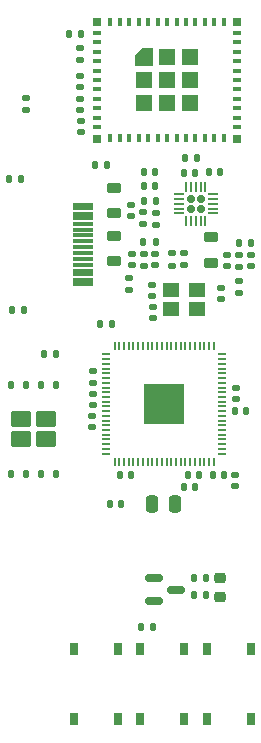
<source format=gtp>
G04 #@! TF.GenerationSoftware,KiCad,Pcbnew,7.0.2-0*
G04 #@! TF.CreationDate,2024-06-02T16:01:14+02:00*
G04 #@! TF.ProjectId,network_player,6e657477-6f72-46b5-9f70-6c617965722e,rev?*
G04 #@! TF.SameCoordinates,Original*
G04 #@! TF.FileFunction,Paste,Top*
G04 #@! TF.FilePolarity,Positive*
%FSLAX46Y46*%
G04 Gerber Fmt 4.6, Leading zero omitted, Abs format (unit mm)*
G04 Created by KiCad (PCBNEW 7.0.2-0) date 2024-06-02 16:01:14*
%MOMM*%
%LPD*%
G01*
G04 APERTURE LIST*
G04 Aperture macros list*
%AMRoundRect*
0 Rectangle with rounded corners*
0 $1 Rounding radius*
0 $2 $3 $4 $5 $6 $7 $8 $9 X,Y pos of 4 corners*
0 Add a 4 corners polygon primitive as box body*
4,1,4,$2,$3,$4,$5,$6,$7,$8,$9,$2,$3,0*
0 Add four circle primitives for the rounded corners*
1,1,$1+$1,$2,$3*
1,1,$1+$1,$4,$5*
1,1,$1+$1,$6,$7*
1,1,$1+$1,$8,$9*
0 Add four rect primitives between the rounded corners*
20,1,$1+$1,$2,$3,$4,$5,0*
20,1,$1+$1,$4,$5,$6,$7,0*
20,1,$1+$1,$6,$7,$8,$9,0*
20,1,$1+$1,$8,$9,$2,$3,0*%
%AMFreePoly0*
4,1,6,0.725000,-0.725000,-0.725000,-0.725000,-0.725000,0.125000,-0.125000,0.725000,0.725000,0.725000,0.725000,-0.725000,0.725000,-0.725000,$1*%
G04 Aperture macros list end*
%ADD10R,0.750000X1.000000*%
%ADD11RoundRect,0.135000X0.135000X0.185000X-0.135000X0.185000X-0.135000X-0.185000X0.135000X-0.185000X0*%
%ADD12RoundRect,0.135000X-0.185000X0.135000X-0.185000X-0.135000X0.185000X-0.135000X0.185000X0.135000X0*%
%ADD13RoundRect,0.140000X0.170000X-0.140000X0.170000X0.140000X-0.170000X0.140000X-0.170000X-0.140000X0*%
%ADD14RoundRect,0.135000X-0.135000X-0.185000X0.135000X-0.185000X0.135000X0.185000X-0.135000X0.185000X0*%
%ADD15RoundRect,0.140000X-0.140000X-0.170000X0.140000X-0.170000X0.140000X0.170000X-0.140000X0.170000X0*%
%ADD16RoundRect,0.150000X-0.587500X-0.150000X0.587500X-0.150000X0.587500X0.150000X-0.587500X0.150000X0*%
%ADD17RoundRect,0.140000X-0.170000X0.140000X-0.170000X-0.140000X0.170000X-0.140000X0.170000X0.140000X0*%
%ADD18RoundRect,0.140000X0.140000X0.170000X-0.140000X0.170000X-0.140000X-0.170000X0.140000X-0.170000X0*%
%ADD19RoundRect,0.250000X0.250000X0.475000X-0.250000X0.475000X-0.250000X-0.475000X0.250000X-0.475000X0*%
%ADD20RoundRect,0.135000X0.185000X-0.135000X0.185000X0.135000X-0.185000X0.135000X-0.185000X-0.135000X0*%
%ADD21RoundRect,0.125000X0.125000X-0.200000X0.125000X0.200000X-0.125000X0.200000X-0.125000X-0.200000X0*%
%ADD22RoundRect,0.250000X0.615000X-0.435000X0.615000X0.435000X-0.615000X0.435000X-0.615000X-0.435000X0*%
%ADD23RoundRect,0.050000X-0.050000X-0.375000X0.050000X-0.375000X0.050000X0.375000X-0.050000X0.375000X0*%
%ADD24RoundRect,0.050000X-0.375000X-0.050000X0.375000X-0.050000X0.375000X0.050000X-0.375000X0.050000X0*%
%ADD25RoundRect,0.167500X-0.167500X-0.167500X0.167500X-0.167500X0.167500X0.167500X-0.167500X0.167500X0*%
%ADD26RoundRect,0.218750X-0.381250X0.218750X-0.381250X-0.218750X0.381250X-0.218750X0.381250X0.218750X0*%
%ADD27R,1.400000X1.150000*%
%ADD28O,0.200000X0.800000*%
%ADD29O,0.800000X0.200000*%
%ADD30R,3.420000X3.420000*%
%ADD31R,1.750000X0.300000*%
%ADD32RoundRect,0.218750X0.256250X-0.218750X0.256250X0.218750X-0.256250X0.218750X-0.256250X-0.218750X0*%
%ADD33R,0.800000X0.400000*%
%ADD34R,0.400000X0.800000*%
%ADD35FreePoly0,0.000000*%
%ADD36R,1.450000X1.450000*%
%ADD37R,0.700000X0.700000*%
G04 APERTURE END LIST*
D10*
X118550000Y-107800000D03*
X118550000Y-101800000D03*
X122300000Y-107800000D03*
X122300000Y-101800000D03*
X124200000Y-107800000D03*
X124200000Y-101800000D03*
X127950000Y-107800000D03*
X127950000Y-101800000D03*
X112930000Y-107800000D03*
X112930000Y-101800000D03*
X116680000Y-107800000D03*
X116680000Y-101800000D03*
D11*
X119650000Y-99950000D03*
X118630000Y-99950000D03*
D12*
X126950000Y-70650000D03*
X126950000Y-71670000D03*
D13*
X114554000Y-81203800D03*
X114554000Y-80243800D03*
D14*
X114765000Y-60875000D03*
X115785000Y-60875000D03*
D15*
X124715000Y-87125000D03*
X125675000Y-87125000D03*
D16*
X119702500Y-95865000D03*
X119702500Y-97765000D03*
X121577500Y-96815000D03*
D14*
X110411800Y-76835000D03*
X111431800Y-76835000D03*
D17*
X113487200Y-53317800D03*
X113487200Y-54277800D03*
D15*
X116001800Y-89535000D03*
X116961800Y-89535000D03*
D13*
X127960000Y-69430000D03*
X127960000Y-68470000D03*
D12*
X117600000Y-70405000D03*
X117600000Y-71425000D03*
D18*
X119820000Y-61417500D03*
X118860000Y-61417500D03*
D19*
X121500000Y-89570000D03*
X119600000Y-89570000D03*
D14*
X123090000Y-97275000D03*
X124110000Y-97275000D03*
D17*
X114575000Y-78340000D03*
X114575000Y-79300000D03*
D20*
X113487200Y-51997800D03*
X113487200Y-50977800D03*
D21*
X107645000Y-79500000D03*
X108915000Y-79500000D03*
X110185000Y-79500000D03*
X111455000Y-79500000D03*
X111455000Y-87000000D03*
X110185000Y-87000000D03*
X108915000Y-87000000D03*
X107645000Y-87000000D03*
D22*
X110625000Y-82400000D03*
X108475000Y-82400000D03*
X110625000Y-84100000D03*
X108475000Y-84100000D03*
D23*
X122490000Y-62697500D03*
X122890000Y-62697500D03*
X123290000Y-62697500D03*
X123690000Y-62697500D03*
X124090000Y-62697500D03*
D24*
X124740000Y-63347500D03*
X124740000Y-63747500D03*
X124740000Y-64147500D03*
X124740000Y-64547500D03*
X124740000Y-64947500D03*
D23*
X124090000Y-65597500D03*
X123690000Y-65597500D03*
X123290000Y-65597500D03*
X122890000Y-65597500D03*
X122490000Y-65597500D03*
D24*
X121840000Y-64947500D03*
X121840000Y-64547500D03*
X121840000Y-64147500D03*
X121840000Y-63747500D03*
X121840000Y-63347500D03*
D25*
X123700000Y-64557500D03*
X123700000Y-63737500D03*
X122880000Y-64557500D03*
X122880000Y-63737500D03*
D13*
X126650000Y-80700000D03*
X126650000Y-79740000D03*
D26*
X124560000Y-66997500D03*
X124560000Y-69122500D03*
D13*
X117860000Y-69332500D03*
X117860000Y-68372500D03*
D20*
X121260000Y-69372500D03*
X121260000Y-68352500D03*
D14*
X118850000Y-67372500D03*
X119870000Y-67372500D03*
D13*
X117760000Y-65197500D03*
X117760000Y-64237500D03*
D20*
X118860000Y-69392500D03*
X118860000Y-68372500D03*
D14*
X126940000Y-67460000D03*
X127960000Y-67460000D03*
D13*
X125960000Y-69420000D03*
X125960000Y-68460000D03*
D15*
X124378600Y-61492100D03*
X125338600Y-61492100D03*
D26*
X116360000Y-66872500D03*
X116360000Y-68997500D03*
D17*
X114500000Y-82120000D03*
X114500000Y-83080000D03*
D27*
X123342400Y-71475600D03*
X121142400Y-71475600D03*
X121142400Y-73075600D03*
X123342400Y-73075600D03*
D18*
X119830000Y-62647500D03*
X118870000Y-62647500D03*
X117805000Y-87125000D03*
X116845000Y-87125000D03*
D11*
X116200000Y-74330000D03*
X115180000Y-74330000D03*
D18*
X123220000Y-88090000D03*
X122260000Y-88090000D03*
D17*
X113507200Y-55237800D03*
X113507200Y-56197800D03*
D11*
X113540000Y-49760000D03*
X112520000Y-49760000D03*
D26*
X116360000Y-62797500D03*
X116360000Y-64922500D03*
D28*
X116400000Y-86000000D03*
X116800000Y-86000000D03*
X117200000Y-86000000D03*
X117600000Y-86000000D03*
X118000000Y-86000000D03*
X118400000Y-86000000D03*
X118800000Y-86000000D03*
X119200000Y-86000000D03*
X119600000Y-86000000D03*
X120000000Y-86000000D03*
X120400000Y-86000000D03*
X120800000Y-86000000D03*
X121200000Y-86000000D03*
X121600000Y-86000000D03*
X122000000Y-86000000D03*
X122400000Y-86000000D03*
X122800000Y-86000000D03*
X123200000Y-86000000D03*
X123600000Y-86000000D03*
X124000000Y-86000000D03*
X124400000Y-86000000D03*
X124800000Y-86000000D03*
D29*
X125500000Y-85300000D03*
X125500000Y-84900000D03*
X125500000Y-84500000D03*
X125500000Y-84100000D03*
X125500000Y-83700000D03*
X125500000Y-83300000D03*
X125500000Y-82900000D03*
X125500000Y-82500000D03*
X125500000Y-82100000D03*
X125500000Y-81700000D03*
X125500000Y-81300000D03*
X125500000Y-80900000D03*
X125500000Y-80500000D03*
X125500000Y-80100000D03*
X125500000Y-79700000D03*
X125500000Y-79300000D03*
X125500000Y-78900000D03*
X125500000Y-78500000D03*
X125500000Y-78100000D03*
X125500000Y-77700000D03*
X125500000Y-77300000D03*
X125500000Y-76900000D03*
D28*
X124800000Y-76200000D03*
X124400000Y-76200000D03*
X124000000Y-76200000D03*
X123600000Y-76200000D03*
X123200000Y-76200000D03*
X122800000Y-76200000D03*
X122400000Y-76200000D03*
X122000000Y-76200000D03*
X121600000Y-76200000D03*
X121200000Y-76200000D03*
X120800000Y-76200000D03*
X120400000Y-76200000D03*
X120000000Y-76200000D03*
X119600000Y-76200000D03*
X119200000Y-76200000D03*
X118800000Y-76200000D03*
X118400000Y-76200000D03*
X118000000Y-76200000D03*
X117600000Y-76200000D03*
X117200000Y-76200000D03*
X116800000Y-76200000D03*
X116400000Y-76200000D03*
D29*
X115700000Y-76900000D03*
X115700000Y-77300000D03*
X115700000Y-77700000D03*
X115700000Y-78100000D03*
X115700000Y-78500000D03*
X115700000Y-78900000D03*
X115700000Y-79300000D03*
X115700000Y-79700000D03*
X115700000Y-80100000D03*
X115700000Y-80500000D03*
X115700000Y-80900000D03*
X115700000Y-81300000D03*
X115700000Y-81700000D03*
X115700000Y-82100000D03*
X115700000Y-82500000D03*
X115700000Y-82900000D03*
X115700000Y-83300000D03*
X115700000Y-83700000D03*
X115700000Y-84100000D03*
X115700000Y-84500000D03*
X115700000Y-84900000D03*
X115700000Y-85300000D03*
D30*
X120600000Y-81100000D03*
D13*
X119860000Y-69352500D03*
X119860000Y-68392500D03*
D17*
X125425000Y-71270000D03*
X125425000Y-72230000D03*
D20*
X122310000Y-69357500D03*
X122310000Y-68337500D03*
D11*
X108520000Y-62020000D03*
X107500000Y-62020000D03*
X108730000Y-73150000D03*
X107710000Y-73150000D03*
D14*
X118860000Y-63877500D03*
X119880000Y-63877500D03*
D17*
X108880000Y-55230000D03*
X108880000Y-56190000D03*
D13*
X119880000Y-65927500D03*
X119880000Y-64967500D03*
D20*
X126960000Y-69460000D03*
X126960000Y-68440000D03*
D31*
X113690000Y-64530000D03*
X113690000Y-65330000D03*
X113690000Y-65830000D03*
X113690000Y-66830000D03*
X113690000Y-68330000D03*
X113690000Y-69330000D03*
X113690000Y-69830000D03*
X113690000Y-70630000D03*
X113690000Y-70930000D03*
X113690000Y-70130000D03*
X113690000Y-68830000D03*
X113690000Y-67830000D03*
X113690000Y-67330000D03*
X113690000Y-66330000D03*
X113690000Y-65030000D03*
X113690000Y-64230000D03*
D17*
X119608600Y-70993000D03*
X119608600Y-71953000D03*
D13*
X113527200Y-58097800D03*
X113527200Y-57137800D03*
D20*
X118850000Y-65877500D03*
X118850000Y-64857500D03*
D15*
X122245000Y-61525000D03*
X123205000Y-61525000D03*
D14*
X123125000Y-95850000D03*
X124145000Y-95850000D03*
D32*
X125350000Y-97422500D03*
X125350000Y-95847500D03*
D33*
X114953800Y-49668000D03*
X114953800Y-50468000D03*
X114953800Y-51268000D03*
X114953800Y-52068000D03*
X114953800Y-52868000D03*
X114953800Y-53668000D03*
X114953800Y-54468000D03*
X114953800Y-55268000D03*
X114953800Y-56068000D03*
X114953800Y-56868000D03*
X114953800Y-57668000D03*
D34*
X116053800Y-58568000D03*
X116853800Y-58568000D03*
X117653800Y-58568000D03*
X118453800Y-58568000D03*
X119253800Y-58568000D03*
X120053800Y-58568000D03*
X120853800Y-58568000D03*
X121653800Y-58568000D03*
X122453800Y-58568000D03*
X123253800Y-58568000D03*
X124053800Y-58568000D03*
X124853800Y-58568000D03*
X125653800Y-58568000D03*
D33*
X126753800Y-57668000D03*
X126753800Y-56868000D03*
X126753800Y-56068000D03*
X126753800Y-55268000D03*
X126753800Y-54468000D03*
X126753800Y-53668000D03*
X126753800Y-52868000D03*
X126753800Y-52068000D03*
X126753800Y-51268000D03*
X126753800Y-50468000D03*
X126753800Y-49668000D03*
D34*
X125653800Y-48768000D03*
X124853800Y-48768000D03*
X124053800Y-48768000D03*
X123253800Y-48768000D03*
X122453800Y-48768000D03*
X121653800Y-48768000D03*
X120853800Y-48768000D03*
X120053800Y-48768000D03*
X119253800Y-48768000D03*
X118453800Y-48768000D03*
X117653800Y-48768000D03*
X116853800Y-48768000D03*
X116053800Y-48768000D03*
D35*
X118878800Y-51693000D03*
D36*
X118878800Y-53668000D03*
X118878800Y-55643000D03*
X120853800Y-51693000D03*
X120853800Y-53668000D03*
X120853800Y-55643000D03*
X122828800Y-51693000D03*
X122828800Y-53668000D03*
X122828800Y-55643000D03*
D37*
X126803800Y-48718000D03*
X126803800Y-58618000D03*
X114903800Y-58618000D03*
X114903800Y-48718000D03*
D13*
X119634000Y-73835200D03*
X119634000Y-72875200D03*
D18*
X123575000Y-87125000D03*
X122615000Y-87125000D03*
D11*
X123380000Y-60310000D03*
X122360000Y-60310000D03*
D15*
X126598800Y-81711800D03*
X127558800Y-81711800D03*
D13*
X126610000Y-88050000D03*
X126610000Y-87090000D03*
M02*

</source>
